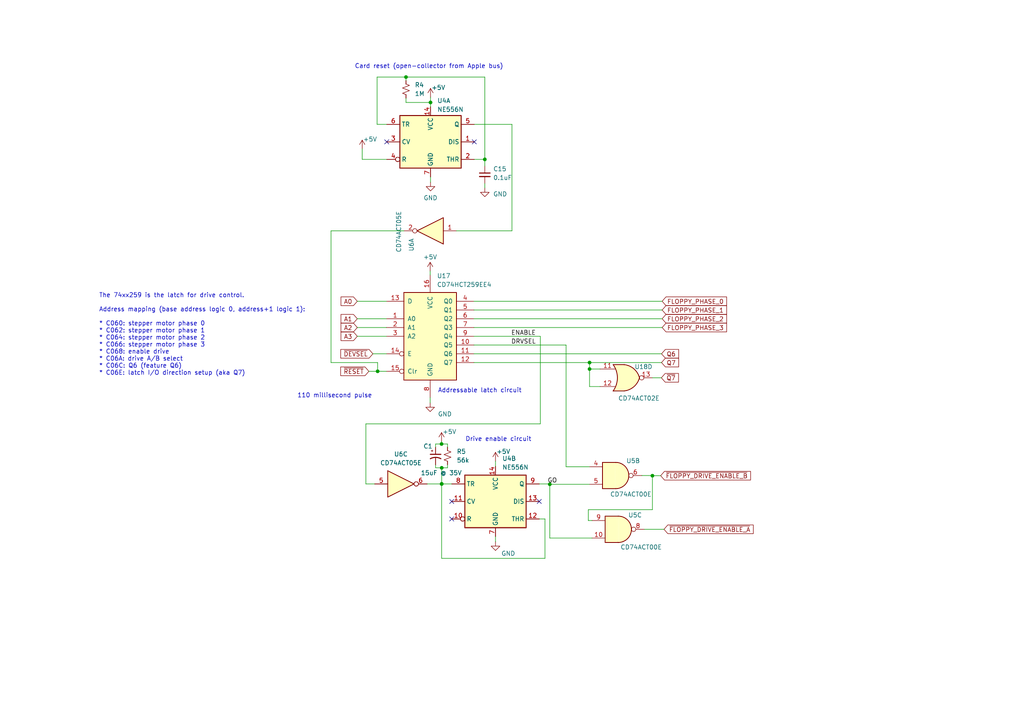
<source format=kicad_sch>
(kicad_sch (version 20230121) (generator eeschema)
  (paper "A4")
  (title_block (title "MicroSci Floppy Controller (drive control registers)") (date "2023-08-25") (rev "0.3") (company "RyuCats"))
  (lib_symbols
    (symbol "74xx:74LS00" (pin_names (offset 1.016))
      (property "Reference" "U" (at 0 1.27 0))
      (property "Value" "74LS00" (at 0 -1.27 0))
      (symbol "74LS00_1_1"
        (arc (start 0 -3.81) (mid 3.7934 0) (end 0 3.81) (stroke (width 0.254)) (fill (type background)))
        (polyline (pts (xy 0 3.81) (xy -3.81 3.81) (xy -3.81 -3.81) (xy 0 -3.81)) (stroke (width 0.254)) (fill (type background)))
        (pin input line (at -7.62 2.54 0) (length 3.81) (name "~") (number "1"))
        (pin input line (at -7.62 -2.54 0) (length 3.81) (name "~") (number "2"))
        (pin output inverted (at 7.62 0 180) (length 3.81) (name "~") (number "3"))
      )
      (symbol "74LS00_1_2"
        (arc (start -3.81 -3.81) (mid -2.589 0) (end -3.81 3.81) (stroke (width 0.254)))
        (arc (start -0.6096 -3.81) (mid 2.1842 -2.5851) (end 3.81 0) (stroke (width 0.254)) (fill (type background)))
        (polyline (pts (xy -3.81 -3.81) (xy -0.635 -3.81)) (stroke (width 0.254)) (fill (type background)))
        (polyline (pts (xy -3.81 3.81) (xy -0.635 3.81)) (stroke (width 0.254)) (fill (type background)))
        (polyline (pts (xy -0.635 3.81) (xy -3.81 3.81) (xy -3.81 3.81) (xy -3.556 3.4036) (xy -3.0226 2.2606) (xy -2.6924 1.0414) (xy -2.6162 -0.254) (xy -2.7686 -1.4986) (xy -3.175 -2.7178) (xy -3.81 -3.81) (xy -3.81 -3.81) (xy -0.635 -3.81)) (stroke (width -25.4)) (fill (type background)))
        (arc (start 3.81 0) (mid 2.1915 2.5936) (end -0.6096 3.81) (stroke (width 0.254)) (fill (type background)))
        (pin input inverted (at -7.62 2.54 0) (length 4.318) (name "~") (number "1"))
        (pin input inverted (at -7.62 -2.54 0) (length 4.318) (name "~") (number "2"))
        (pin output line (at 7.62 0 180) (length 3.81) (name "~") (number "3"))
      )
      (symbol "74LS00_2_1"
        (arc (start 0 -3.81) (mid 3.7934 0) (end 0 3.81) (stroke (width 0.254)) (fill (type background)))
        (polyline (pts (xy 0 3.81) (xy -3.81 3.81) (xy -3.81 -3.81) (xy 0 -3.81)) (stroke (width 0.254)) (fill (type background)))
        (pin input line (at -7.62 2.54 0) (length 3.81) (name "~") (number "4"))
        (pin input line (at -7.62 -2.54 0) (length 3.81) (name "~") (number "5"))
        (pin output inverted (at 7.62 0 180) (length 3.81) (name "~") (number "6"))
      )
      (symbol "74LS00_2_2"
        (arc (start -3.81 -3.81) (mid -2.589 0) (end -3.81 3.81) (stroke (width 0.254)))
        (arc (start -0.6096 -3.81) (mid 2.1842 -2.5851) (end 3.81 0) (stroke (width 0.254)) (fill (type background)))
        (polyline (pts (xy -3.81 -3.81) (xy -0.635 -3.81)) (stroke (width 0.254)) (fill (type background)))
        (polyline (pts (xy -3.81 3.81) (xy -0.635 3.81)) (stroke (width 0.254)) (fill (type background)))
        (polyline (pts (xy -0.635 3.81) (xy -3.81 3.81) (xy -3.81 3.81) (xy -3.556 3.4036) (xy -3.0226 2.2606) (xy -2.6924 1.0414) (xy -2.6162 -0.254) (xy -2.7686 -1.4986) (xy -3.175 -2.7178) (xy -3.81 -3.81) (xy -3.81 -3.81) (xy -0.635 -3.81)) (stroke (width -25.4)) (fill (type background)))
        (arc (start 3.81 0) (mid 2.1915 2.5936) (end -0.6096 3.81) (stroke (width 0.254)) (fill (type background)))
        (pin input inverted (at -7.62 2.54 0) (length 4.318) (name "~") (number "4"))
        (pin input inverted (at -7.62 -2.54 0) (length 4.318) (name "~") (number "5"))
        (pin output line (at 7.62 0 180) (length 3.81) (name "~") (number "6"))
      )
      (symbol "74LS00_3_1"
        (arc (start 0 -3.81) (mid 3.7934 0) (end 0 3.81) (stroke (width 0.254)) (fill (type background)))
        (polyline (pts (xy 0 3.81) (xy -3.81 3.81) (xy -3.81 -3.81) (xy 0 -3.81)) (stroke (width 0.254)) (fill (type background)))
        (pin input line (at -7.62 -2.54 0) (length 3.81) (name "~") (number "10"))
        (pin output inverted (at 7.62 0 180) (length 3.81) (name "~") (number "8"))
        (pin input line (at -7.62 2.54 0) (length 3.81) (name "~") (number "9"))
      )
      (symbol "74LS00_3_2"
        (arc (start -3.81 -3.81) (mid -2.589 0) (end -3.81 3.81) (stroke (width 0.254)))
        (arc (start -0.6096 -3.81) (mid 2.1842 -2.5851) (end 3.81 0) (stroke (width 0.254)) (fill (type background)))
        (polyline (pts (xy -3.81 -3.81) (xy -0.635 -3.81)) (stroke (width 0.254)) (fill (type background)))
        (polyline (pts (xy -3.81 3.81) (xy -0.635 3.81)) (stroke (width 0.254)) (fill (type background)))
        (polyline (pts (xy -0.635 3.81) (xy -3.81 3.81) (xy -3.81 3.81) (xy -3.556 3.4036) (xy -3.0226 2.2606) (xy -2.6924 1.0414) (xy -2.6162 -0.254) (xy -2.7686 -1.4986) (xy -3.175 -2.7178) (xy -3.81 -3.81) (xy -3.81 -3.81) (xy -0.635 -3.81)) (stroke (width -25.4)) (fill (type background)))
        (arc (start 3.81 0) (mid 2.1915 2.5936) (end -0.6096 3.81) (stroke (width 0.254)) (fill (type background)))
        (pin input inverted (at -7.62 -2.54 0) (length 4.318) (name "~") (number "10"))
        (pin output line (at 7.62 0 180) (length 3.81) (name "~") (number "8"))
        (pin input inverted (at -7.62 2.54 0) (length 4.318) (name "~") (number "9"))
      )
      (symbol "74LS00_4_1"
        (arc (start 0 -3.81) (mid 3.7934 0) (end 0 3.81) (stroke (width 0.254)) (fill (type background)))
        (polyline (pts (xy 0 3.81) (xy -3.81 3.81) (xy -3.81 -3.81) (xy 0 -3.81)) (stroke (width 0.254)) (fill (type background)))
        (pin output inverted (at 7.62 0 180) (length 3.81) (name "~") (number "11"))
        (pin input line (at -7.62 2.54 0) (length 3.81) (name "~") (number "12"))
        (pin input line (at -7.62 -2.54 0) (length 3.81) (name "~") (number "13"))
      )
      (symbol "74LS00_4_2"
        (arc (start -3.81 -3.81) (mid -2.589 0) (end -3.81 3.81) (stroke (width 0.254)))
        (arc (start -0.6096 -3.81) (mid 2.1842 -2.5851) (end 3.81 0) (stroke (width 0.254)) (fill (type background)))
        (polyline (pts (xy -3.81 -3.81) (xy -0.635 -3.81)) (stroke (width 0.254)) (fill (type background)))
        (polyline (pts (xy -3.81 3.81) (xy -0.635 3.81)) (stroke (width 0.254)) (fill (type background)))
        (polyline (pts (xy -0.635 3.81) (xy -3.81 3.81) (xy -3.81 3.81) (xy -3.556 3.4036) (xy -3.0226 2.2606) (xy -2.6924 1.0414) (xy -2.6162 -0.254) (xy -2.7686 -1.4986) (xy -3.175 -2.7178) (xy -3.81 -3.81) (xy -3.81 -3.81) (xy -0.635 -3.81)) (stroke (width -25.4)) (fill (type background)))
        (arc (start 3.81 0) (mid 2.1915 2.5936) (end -0.6096 3.81) (stroke (width 0.254)) (fill (type background)))
        (pin output line (at 7.62 0 180) (length 3.81) (name "~") (number "11"))
        (pin input inverted (at -7.62 2.54 0) (length 4.318) (name "~") (number "12"))
        (pin input inverted (at -7.62 -2.54 0) (length 4.318) (name "~") (number "13"))
      )
      (symbol "74LS00_5_0"
        (pin power_in line (at 0 12.7 270) (length 5.08) (name "VCC") (number "14"))
        (pin power_in line (at 0 -12.7 90) (length 5.08) (name "GND") (number "7"))
      )
      (symbol "74LS00_5_1"
        (rectangle (start -5.08 7.62) (end 5.08 -7.62) (stroke (width 0.254)) (fill (type background)))
      )
    )
    (symbol "74xx:74LS02" (pin_names (offset 1.016))
      (property "Reference" "U" (at 0 1.27 0))
      (property "Value" "74LS02" (at 0 -1.27 0))
      (symbol "74LS02_1_1"
        (arc (start -3.81 -3.81) (mid -2.589 0) (end -3.81 3.81) (stroke (width 0.254)))
        (arc (start -0.6096 -3.81) (mid 2.1842 -2.5851) (end 3.81 0) (stroke (width 0.254)) (fill (type background)))
        (polyline (pts (xy -3.81 -3.81) (xy -0.635 -3.81)) (stroke (width 0.254)) (fill (type background)))
        (polyline (pts (xy -3.81 3.81) (xy -0.635 3.81)) (stroke (width 0.254)) (fill (type background)))
        (polyline (pts (xy -0.635 3.81) (xy -3.81 3.81) (xy -3.81 3.81) (xy -3.556 3.4036) (xy -3.0226 2.2606) (xy -2.6924 1.0414) (xy -2.6162 -0.254) (xy -2.7686 -1.4986) (xy -3.175 -2.7178) (xy -3.81 -3.81) (xy -3.81 -3.81) (xy -0.635 -3.81)) (stroke (width -25.4)) (fill (type background)))
        (arc (start 3.81 0) (mid 2.1915 2.5936) (end -0.6096 3.81) (stroke (width 0.254)) (fill (type background)))
        (pin output inverted (at 7.62 0 180) (length 3.81) (name "~") (number "1"))
        (pin input line (at -7.62 2.54 0) (length 4.318) (name "~") (number "2"))
        (pin input line (at -7.62 -2.54 0) (length 4.318) (name "~") (number "3"))
      )
      (symbol "74LS02_1_2"
        (arc (start 0 -3.81) (mid 3.7934 0) (end 0 3.81) (stroke (width 0.254)) (fill (type background)))
        (polyline (pts (xy 0 3.81) (xy -3.81 3.81) (xy -3.81 -3.81) (xy 0 -3.81)) (stroke (width 0.254)) (fill (type background)))
        (pin output line (at 7.62 0 180) (length 3.81) (name "~") (number "1"))
        (pin input inverted (at -7.62 2.54 0) (length 3.81) (name "~") (number "2"))
        (pin input inverted (at -7.62 -2.54 0) (length 3.81) (name "~") (number "3"))
      )
      (symbol "74LS02_2_1"
        (arc (start -3.81 -3.81) (mid -2.589 0) (end -3.81 3.81) (stroke (width 0.254)))
        (arc (start -0.6096 -3.81) (mid 2.1842 -2.5851) (end 3.81 0) (stroke (width 0.254)) (fill (type background)))
        (polyline (pts (xy -3.81 -3.81) (xy -0.635 -3.81)) (stroke (width 0.254)) (fill (type background)))
        (polyline (pts (xy -3.81 3.81) (xy -0.635 3.81)) (stroke (width 0.254)) (fill (type background)))
        (polyline (pts (xy -0.635 3.81) (xy -3.81 3.81) (xy -3.81 3.81) (xy -3.556 3.4036) (xy -3.0226 2.2606) (xy -2.6924 1.0414) (xy -2.6162 -0.254) (xy -2.7686 -1.4986) (xy -3.175 -2.7178) (xy -3.81 -3.81) (xy -3.81 -3.81) (xy -0.635 -3.81)) (stroke (width -25.4)) (fill (type background)))
        (arc (start 3.81 0) (mid 2.1915 2.5936) (end -0.6096 3.81) (stroke (width 0.254)) (fill (type background)))
        (pin output inverted (at 7.62 0 180) (length 3.81) (name "~") (number "4"))
        (pin input line (at -7.62 2.54 0) (length 4.318) (name "~") (number "5"))
        (pin input line (at -7.62 -2.54 0) (length 4.318) (name "~") (number "6"))
      )
      (symbol "74LS02_2_2"
        (arc (start 0 -3.81) (mid 3.7934 0) (end 0 3.81) (stroke (width 0.254)) (fill (type background)))
        (polyline (pts (xy 0 3.81) (xy -3.81 3.81) (xy -3.81 -3.81) (xy 0 -3.81)) (stroke (width 0.254)) (fill (type background)))
        (pin output line (at 7.62 0 180) (length 3.81) (name "~") (number "4"))
        (pin input inverted (at -7.62 2.54 0) (length 3.81) (name "~") (number "5"))
        (pin input inverted (at -7.62 -2.54 0) (length 3.81) (name "~") (number "6"))
      )
      (symbol "74LS02_3_1"
        (arc (start -3.81 -3.81) (mid -2.589 0) (end -3.81 3.81) (stroke (width 0.254)))
        (arc (start -0.6096 -3.81) (mid 2.1842 -2.5851) (end 3.81 0) (stroke (width 0.254)) (fill (type background)))
        (polyline (pts (xy -3.81 -3.81) (xy -0.635 -3.81)) (stroke (width 0.254)) (fill (type background)))
        (polyline (pts (xy -3.81 3.81) (xy -0.635 3.81)) (stroke (width 0.254)) (fill (type background)))
        (polyline (pts (xy -0.635 3.81) (xy -3.81 3.81) (xy -3.81 3.81) (xy -3.556 3.4036) (xy -3.0226 2.2606) (xy -2.6924 1.0414) (xy -2.6162 -0.254) (xy -2.7686 -1.4986) (xy -3.175 -2.7178) (xy -3.81 -3.81) (xy -3.81 -3.81) (xy -0.635 -3.81)) (stroke (width -25.4)) (fill (type background)))
        (arc (start 3.81 0) (mid 2.1915 2.5936) (end -0.6096 3.81) (stroke (width 0.254)) (fill (type background)))
        (pin output inverted (at 7.62 0 180) (length 3.81) (name "~") (number "10"))
        (pin input line (at -7.62 2.54 0) (length 4.318) (name "~") (number "8"))
        (pin input line (at -7.62 -2.54 0) (length 4.318) (name "~") (number "9"))
      )
      (symbol "74LS02_3_2"
        (arc (start 0 -3.81) (mid 3.7934 0) (end 0 3.81) (stroke (width 0.254)) (fill (type background)))
        (polyline (pts (xy 0 3.81) (xy -3.81 3.81) (xy -3.81 -3.81) (xy 0 -3.81)) (stroke (width 0.254)) (fill (type background)))
        (pin output line (at 7.62 0 180) (length 3.81) (name "~") (number "10"))
        (pin input inverted (at -7.62 2.54 0) (length 3.81) (name "~") (number "8"))
        (pin input inverted (at -7.62 -2.54 0) (length 3.81) (name "~") (number "9"))
      )
      (symbol "74LS02_4_1"
        (arc (start -3.81 -3.81) (mid -2.589 0) (end -3.81 3.81) (stroke (width 0.254)))
        (arc (start -0.6096 -3.81) (mid 2.1842 -2.5851) (end 3.81 0) (stroke (width 0.254)) (fill (type background)))
        (polyline (pts (xy -3.81 -3.81) (xy -0.635 -3.81)) (stroke (width 0.254)) (fill (type background)))
        (polyline (pts (xy -3.81 3.81) (xy -0.635 3.81)) (stroke (width 0.254)) (fill (type background)))
        (polyline (pts (xy -0.635 3.81) (xy -3.81 3.81) (xy -3.81 3.81) (xy -3.556 3.4036) (xy -3.0226 2.2606) (xy -2.6924 1.0414) (xy -2.6162 -0.254) (xy -2.7686 -1.4986) (xy -3.175 -2.7178) (xy -3.81 -3.81) (xy -3.81 -3.81) (xy -0.635 -3.81)) (stroke (width -25.4)) (fill (type background)))
        (arc (start 3.81 0) (mid 2.1915 2.5936) (end -0.6096 3.81) (stroke (width 0.254)) (fill (type background)))
        (pin input line (at -7.62 2.54 0) (length 4.318) (name "~") (number "11"))
        (pin input line (at -7.62 -2.54 0) (length 4.318) (name "~") (number "12"))
        (pin output inverted (at 7.62 0 180) (length 3.81) (name "~") (number "13"))
      )
      (symbol "74LS02_4_2"
        (arc (start 0 -3.81) (mid 3.7934 0) (end 0 3.81) (stroke (width 0.254)) (fill (type background)))
        (polyline (pts (xy 0 3.81) (xy -3.81 3.81) (xy -3.81 -3.81) (xy 0 -3.81)) (stroke (width 0.254)) (fill (type background)))
        (pin input inverted (at -7.62 2.54 0) (length 3.81) (name "~") (number "11"))
        (pin input inverted (at -7.62 -2.54 0) (length 3.81) (name "~") (number "12"))
        (pin output line (at 7.62 0 180) (length 3.81) (name "~") (number "13"))
      )
      (symbol "74LS02_5_0"
        (pin power_in line (at 0 12.7 270) (length 5.08) (name "VCC") (number "14"))
        (pin power_in line (at 0 -12.7 90) (length 5.08) (name "GND") (number "7"))
      )
      (symbol "74LS02_5_1"
        (rectangle (start -5.08 7.62) (end 5.08 -7.62) (stroke (width 0.254)) (fill (type background)))
      )
    )
    (symbol "74xx:74LS05" (pin_names (offset 1.016))
      (property "Reference" "U" (at 0 1.27 0))
      (property "Value" "74LS05" (at 0 -1.27 0))
      (symbol "74LS05_1_0"
        (polyline (pts (xy -3.81 3.81) (xy -3.81 -3.81) (xy 3.81 0) (xy -3.81 3.81)) (stroke (width 0.254)) (fill (type background)))
        (pin input line (at -7.62 0 0) (length 3.81) (name "~") (number "1"))
        (pin open_collector inverted (at 7.62 0 180) (length 3.81) (name "~") (number "2"))
      )
      (symbol "74LS05_2_0"
        (polyline (pts (xy -3.81 3.81) (xy -3.81 -3.81) (xy 3.81 0) (xy -3.81 3.81)) (stroke (width 0.254)) (fill (type background)))
        (pin input line (at -7.62 0 0) (length 3.81) (name "~") (number "3"))
        (pin open_collector inverted (at 7.62 0 180) (length 3.81) (name "~") (number "4"))
      )
      (symbol "74LS05_3_0"
        (polyline (pts (xy -3.81 3.81) (xy -3.81 -3.81) (xy 3.81 0) (xy -3.81 3.81)) (stroke (width 0.254)) (fill (type background)))
        (pin input line (at -7.62 0 0) (length 3.81) (name "~") (number "5"))
        (pin open_collector inverted (at 7.62 0 180) (length 3.81) (name "~") (number "6"))
      )
      (symbol "74LS05_4_0"
        (polyline (pts (xy -3.81 3.81) (xy -3.81 -3.81) (xy 3.81 0) (xy -3.81 3.81)) (stroke (width 0.254)) (fill (type background)))
        (pin open_collector inverted (at 7.62 0 180) (length 3.81) (name "~") (number "8"))
        (pin input line (at -7.62 0 0) (length 3.81) (name "~") (number "9"))
      )
      (symbol "74LS05_5_0"
        (polyline (pts (xy -3.81 3.81) (xy -3.81 -3.81) (xy 3.81 0) (xy -3.81 3.81)) (stroke (width 0.254)) (fill (type background)))
        (pin open_collector inverted (at 7.62 0 180) (length 3.81) (name "~") (number "10"))
        (pin input line (at -7.62 0 0) (length 3.81) (name "~") (number "11"))
      )
      (symbol "74LS05_6_0"
        (polyline (pts (xy -3.81 3.81) (xy -3.81 -3.81) (xy 3.81 0) (xy -3.81 3.81)) (stroke (width 0.254)) (fill (type background)))
        (pin open_collector inverted (at 7.62 0 180) (length 3.81) (name "~") (number "12"))
        (pin input line (at -7.62 0 0) (length 3.81) (name "~") (number "13"))
      )
      (symbol "74LS05_7_0"
        (pin power_in line (at 0 12.7 270) (length 5.08) (name "VCC") (number "14"))
        (pin power_in line (at 0 -12.7 90) (length 5.08) (name "GND") (number "7"))
      )
      (symbol "74LS05_7_1"
        (rectangle (start -5.08 7.62) (end 5.08 -7.62) (stroke (width 0.254)) (fill (type background)))
      )
    )
    (symbol "74xx:74LS259" (pin_names (offset 1.016))
      (property "Reference" "U" (at -7.62 13.97 0))
      (property "Value" "74LS259" (at -7.62 -13.97 0))
      (symbol "74LS259_1_0"
        (pin input line (at -12.7 5.08 0) (length 5.08) (name "A0") (number "1"))
        (pin output line (at 12.7 -2.54 180) (length 5.08) (name "Q5") (number "10"))
        (pin output line (at 12.7 -5.08 180) (length 5.08) (name "Q6") (number "11"))
        (pin output line (at 12.7 -7.62 180) (length 5.08) (name "Q7") (number "12"))
        (pin input line (at -12.7 10.16 0) (length 5.08) (name "D") (number "13"))
        (pin input inverted (at -12.7 -5.08 0) (length 5.08) (name "E") (number "14"))
        (pin input inverted (at -12.7 -10.16 0) (length 5.08) (name "Clr") (number "15"))
        (pin power_in line (at 0 17.78 270) (length 5.08) (name "VCC") (number "16"))
        (pin input line (at -12.7 2.54 0) (length 5.08) (name "A1") (number "2"))
        (pin input line (at -12.7 0 0) (length 5.08) (name "A2") (number "3"))
        (pin output line (at 12.7 10.16 180) (length 5.08) (name "Q0") (number "4"))
        (pin output line (at 12.7 7.62 180) (length 5.08) (name "Q1") (number "5"))
        (pin output line (at 12.7 5.08 180) (length 5.08) (name "Q2") (number "6"))
        (pin output line (at 12.7 2.54 180) (length 5.08) (name "Q3") (number "7"))
        (pin power_in line (at 0 -17.78 90) (length 5.08) (name "GND") (number "8"))
        (pin output line (at 12.7 0 180) (length 5.08) (name "Q4") (number "9"))
      )
      (symbol "74LS259_1_1"
        (rectangle (start -7.62 12.7) (end 7.62 -12.7) (stroke (width 0.254)) (fill (type background)))
      )
    )
    (symbol "Device:C_Polarized_Small_US" (pin_numbers hide) (pin_names (offset 0.254) hide)
      (property "Reference" "C" (at 0.254 1.778 0))
      (property "Value" "C_Polarized_Small_US" (at 0.254 -2.032 0))
      (symbol "C_Polarized_Small_US_0_1"
        (polyline (pts (xy -1.524 0.508) (xy 1.524 0.508)) (stroke (width 0.3048)))
        (polyline (pts (xy -1.27 1.524) (xy -0.762 1.524)))
        (polyline (pts (xy -1.016 1.27) (xy -1.016 1.778)))
        (arc (start 1.524 -0.762) (mid 0 -0.3734) (end -1.524 -0.762) (stroke (width 0.3048)))
      )
      (symbol "C_Polarized_Small_US_1_1"
        (pin passive line (at 0 2.54 270) (length 2.032) (name "~") (number "1"))
        (pin passive line (at 0 -2.54 90) (length 2.032) (name "~") (number "2"))
      )
    )
    (symbol "Device:C_Small" (pin_numbers hide) (pin_names (offset 0.254) hide)
      (property "Reference" "C" (at 0.254 1.778 0))
      (property "Value" "C_Small" (at 0.254 -2.032 0))
      (symbol "C_Small_0_1"
        (polyline (pts (xy -1.524 -0.508) (xy 1.524 -0.508)) (stroke (width 0.3302)))
        (polyline (pts (xy -1.524 0.508) (xy 1.524 0.508)) (stroke (width 0.3048)))
      )
      (symbol "C_Small_1_1"
        (pin passive line (at 0 2.54 270) (length 2.032) (name "~") (number "1"))
        (pin passive line (at 0 -2.54 90) (length 2.032) (name "~") (number "2"))
      )
    )
    (symbol "Device:R_Small_US" (pin_numbers hide) (pin_names (offset 0.254) hide)
      (property "Reference" "R" (at 0.762 0.508 0))
      (property "Value" "R_Small_US" (at 0.762 -1.016 0))
      (symbol "R_Small_US_1_1"
        (polyline (pts (xy 0 0) (xy 1.016 -0.381) (xy 0 -0.762) (xy -1.016 -1.143) (xy 0 -1.524)))
        (polyline (pts (xy 0 1.524) (xy 1.016 1.143) (xy 0 0.762) (xy -1.016 0.381) (xy 0 0)))
        (pin passive line (at 0 2.54 270) (length 1.016) (name "~") (number "1"))
        (pin passive line (at 0 -2.54 90) (length 1.016) (name "~") (number "2"))
      )
    )
    (symbol "Timer:NE556"
      (property "Reference" "U" (at -10.16 8.89 0))
      (property "Value" "NE556" (at -10.16 -8.89 0))
      (symbol "NE556_0_0"
        (pin power_in line (at 0 10.16 270) (length 2.54) (name "VCC") (number "14"))
        (pin power_in line (at 0 -10.16 90) (length 2.54) (name "GND") (number "7"))
      )
      (symbol "NE556_0_1"
        (rectangle (start -8.89 -7.62) (end 8.89 7.62) (stroke (width 0.254)) (fill (type background)))
        (rectangle (start -8.89 -7.62) (end 8.89 7.62) (stroke (width 0.254)) (fill (type background)))
      )
      (symbol "NE556_1_1"
        (pin input line (at 12.7 0 180) (length 3.81) (name "DIS") (number "1"))
        (pin input line (at 12.7 -5.08 180) (length 3.81) (name "THR") (number "2"))
        (pin input line (at -12.7 0 0) (length 3.81) (name "CV") (number "3"))
        (pin input inverted (at -12.7 -5.08 0) (length 3.81) (name "R") (number "4"))
        (pin output line (at 12.7 5.08 180) (length 3.81) (name "Q") (number "5"))
        (pin input line (at -12.7 5.08 0) (length 3.81) (name "TR") (number "6"))
      )
      (symbol "NE556_2_1"
        (pin input inverted (at -12.7 -5.08 0) (length 3.81) (name "R") (number "10"))
        (pin input line (at -12.7 0 0) (length 3.81) (name "CV") (number "11"))
        (pin input line (at 12.7 -5.08 180) (length 3.81) (name "THR") (number "12"))
        (pin input line (at 12.7 0 180) (length 3.81) (name "DIS") (number "13"))
        (pin input line (at -12.7 5.08 0) (length 3.81) (name "TR") (number "8"))
        (pin output line (at 12.7 5.08 180) (length 3.81) (name "Q") (number "9"))
      )
    )
    (symbol "power:+5V" (power) (pin_names (offset 0))
      (property "Value" "+5V" (at 0 3.556 0))
      (symbol "+5V_0_1"
        (polyline (pts (xy -0.762 1.27) (xy 0 2.54)))
        (polyline (pts (xy 0 0) (xy 0 2.54)))
        (polyline (pts (xy 0 2.54) (xy 0.762 1.27)))
      )
      (symbol "+5V_1_1"
        (pin power_in line (at 0 0 90) (length 0) hide (name "+5V") (number "1"))
      )
    )
    (symbol "power:GND" (power) (pin_names (offset 0))
      (property "Value" "GND" (at 0 -3.81 0))
      (symbol "GND_0_1"
        (polyline (pts (xy 0 0) (xy 0 -1.27) (xy 1.27 -1.27) (xy 0 -2.54) (xy -1.27 -1.27) (xy 0 -1.27)))
      )
      (symbol "GND_1_1"
        (pin power_in line (at 0 0 270) (length 0) hide (name "GND") (number "1"))
      )
    )
  )
  (junction (at 124.8664 29.718))
  (junction (at 170.9928 107.0356))
  (junction (at 117.7544 22.352))
  (junction (at 128.0922 140.3604))
  (junction (at 109.5248 107.696))
  (junction (at 170.9928 105.156))
  (junction (at 128.1176 140.3604))
  (junction (at 189.23 137.9728))
  (junction (at 159.4612 140.462))
  (junction (at 140.6144 46.228))
  (junction (at 128.1176 135.6868))
  (junction (at 128.0668 128.778))
  (no_connect (at 131.0132 150.5204))
  (no_connect (at 112.1664 41.148))
  (no_connect (at 156.4132 145.4404))
  (no_connect (at 131.0132 145.4404))
  (no_connect (at 137.5664 41.148))
  (wire (pts (xy 128.0668 128.778) (xy 129.794 128.778)))
  (wire (pts (xy 137.4648 94.996) (xy 192.0494 94.996)))
  (wire (pts (xy 189.2808 109.5756) (xy 191.8208 109.5756)))
  (wire (pts (xy 105.0544 43.18) (xy 105.0544 46.228)))
  (wire (pts (xy 109.5248 107.696) (xy 112.0648 107.696)))
  (wire (pts (xy 124.8664 51.308) (xy 124.8664 52.832)))
  (wire (pts (xy 164.1348 100.076) (xy 137.4648 100.076)))
  (wire (pts (xy 108.1532 102.616) (xy 112.0648 102.616)))
  (wire (pts (xy 117.7544 22.352) (xy 140.6144 22.352)))
  (wire (pts (xy 109.3724 22.352) (xy 117.7544 22.352)))
  (wire (pts (xy 137.4648 92.456) (xy 192.0494 92.456)))
  (wire (pts (xy 128.0922 161.9504) (xy 158.0642 161.9504)))
  (wire (pts (xy 96.012 105.156) (xy 109.5248 105.156)))
  (wire (pts (xy 129.794 135.6868) (xy 129.794 134.7724)))
  (wire (pts (xy 128.1176 140.3604) (xy 131.0132 140.3604)))
  (wire (pts (xy 124.7648 115.316) (xy 124.7648 116.84)))
  (wire (pts (xy 103.632 87.376) (xy 112.0648 87.376)))
  (wire (pts (xy 156.718 122.936) (xy 156.718 97.536)))
  (wire (pts (xy 106.1212 140.3604) (xy 108.6612 140.3604)))
  (wire (pts (xy 123.9012 140.3604) (xy 128.0922 140.3604)))
  (wire (pts (xy 117.7544 29.718) (xy 124.8664 29.718)))
  (wire (pts (xy 148.4884 66.9544) (xy 132.3848 66.9544)))
  (wire (pts (xy 126.3396 128.778) (xy 128.0668 128.778)))
  (wire (pts (xy 137.4648 89.916) (xy 192.0494 89.916)))
  (wire (pts (xy 159.4612 140.462) (xy 159.4612 156.0576)))
  (wire (pts (xy 103.632 97.536) (xy 112.0648 97.536)))
  (wire (pts (xy 170.9928 112.1156) (xy 174.0408 112.1156)))
  (wire (pts (xy 124.7648 78.613) (xy 124.7648 79.756)))
  (wire (pts (xy 128.0922 140.3604) (xy 128.0922 161.9504)))
  (wire (pts (xy 189.23 137.9728) (xy 191.6176 137.9728)))
  (wire (pts (xy 137.4648 105.156) (xy 170.9928 105.156)))
  (wire (pts (xy 164.1856 100.1268) (xy 164.1856 135.382)))
  (wire (pts (xy 126.3396 129.7432) (xy 126.3396 128.778)))
  (wire (pts (xy 186.182 137.922) (xy 189.23 137.922)))
  (wire (pts (xy 105.0544 46.228) (xy 112.1664 46.228)))
  (wire (pts (xy 158.0642 161.9504) (xy 158.0642 150.5204)))
  (wire (pts (xy 128.1176 135.6868) (xy 128.1176 140.3604)))
  (wire (pts (xy 158.0642 150.5204) (xy 156.4132 150.5204)))
  (wire (pts (xy 117.7544 28.448) (xy 117.7544 29.718)))
  (wire (pts (xy 186.944 153.5176) (xy 192.5828 153.5176)))
  (wire (pts (xy 140.6144 46.228) (xy 140.6144 48.1584)))
  (wire (pts (xy 143.7132 155.6004) (xy 143.7132 157.1244)))
  (wire (pts (xy 164.1348 100.1268) (xy 164.1348 100.076)))
  (wire (pts (xy 171.704 150.9776) (xy 170.6372 150.9776)))
  (wire (pts (xy 189.23 137.9728) (xy 189.23 137.922)))
  (wire (pts (xy 170.942 140.462) (xy 159.4612 140.462)))
  (wire (pts (xy 170.6372 147.828) (xy 170.6372 150.9776)))
  (wire (pts (xy 106.9848 107.696) (xy 109.5248 107.696)))
  (wire (pts (xy 137.4648 87.376) (xy 192.0494 87.376)))
  (wire (pts (xy 126.3396 135.6868) (xy 128.1176 135.6868)))
  (wire (pts (xy 137.4648 102.616) (xy 191.8716 102.616)))
  (wire (pts (xy 137.5664 46.228) (xy 140.6144 46.228)))
  (wire (pts (xy 137.5664 36.068) (xy 148.4884 36.068)))
  (wire (pts (xy 156.718 97.536) (xy 137.4648 97.536)))
  (wire (pts (xy 140.6144 53.2384) (xy 140.6144 54.5084)))
  (wire (pts (xy 96.012 66.9544) (xy 96.012 105.156)))
  (wire (pts (xy 103.632 92.456) (xy 112.0648 92.456)))
  (wire (pts (xy 128.0668 128.016) (xy 128.0668 128.778)))
  (wire (pts (xy 189.23 147.828) (xy 170.6372 147.828)))
  (wire (pts (xy 106.1212 122.936) (xy 156.718 122.936)))
  (wire (pts (xy 103.632 94.996) (xy 112.0648 94.996)))
  (wire (pts (xy 164.1348 100.1268) (xy 164.1856 100.1268)))
  (wire (pts (xy 159.4612 156.0576) (xy 171.704 156.0576)))
  (wire (pts (xy 156.4132 140.3604) (xy 159.4612 140.3604)))
  (wire (pts (xy 170.9928 107.0356) (xy 170.9928 112.1156)))
  (wire (pts (xy 189.23 137.9728) (xy 189.23 147.828)))
  (wire (pts (xy 128.1176 135.6868) (xy 129.794 135.6868)))
  (wire (pts (xy 148.4884 36.068) (xy 148.4884 66.9544)))
  (wire (pts (xy 140.6144 22.352) (xy 140.6144 46.228)))
  (wire (pts (xy 117.7544 22.352) (xy 117.7544 23.368)))
  (wire (pts (xy 124.8664 28.194) (xy 124.8664 29.718)))
  (wire (pts (xy 106.1212 140.3604) (xy 106.1212 122.936)))
  (wire (pts (xy 170.9928 105.156) (xy 191.8716 105.156)))
  (wire (pts (xy 170.9928 105.156) (xy 170.9928 107.0356)))
  (wire (pts (xy 128.0922 140.3604) (xy 128.1176 140.3604)))
  (wire (pts (xy 170.9928 107.0356) (xy 174.0408 107.0356)))
  (wire (pts (xy 164.1856 135.382) (xy 170.942 135.382)))
  (wire (pts (xy 117.1448 66.9544) (xy 96.012 66.9544)))
  (wire (pts (xy 159.4612 140.3604) (xy 159.4612 140.462)))
  (wire (pts (xy 143.7132 133.7564) (xy 143.7132 135.2804)))
  (wire (pts (xy 109.5248 107.696) (xy 109.5248 105.156)))
  (wire (pts (xy 109.3724 36.068) (xy 109.3724 22.352)))
  (wire (pts (xy 126.3396 134.8232) (xy 126.3396 135.6868)))
  (wire (pts (xy 112.1664 36.068) (xy 109.3724 36.068)))
  (wire (pts (xy 124.8664 29.718) (xy 124.8664 30.988)))
  (wire (pts (xy 129.794 128.778) (xy 129.794 129.6924)))
  (text "Drive enable circuit" (at 134.9756 128.2192 0) (effects (font (size 1.27 1.27)) (justify left bottom)))
  (text "Addressable latch circuit" (at 127 114.0968 0) (effects (font (size 1.27 1.27)) (justify left bottom)))
  (text "The 74xx259 is the latch for drive control.\n\nAddress mapping (base address logic 0, address+1 logic 1):\n\n* C060: stepper motor phase 0\n* C062: stepper motor phase 1\n* C064: stepper motor phase 2\n* C066: stepper motor phase 3\n* C068: enable drive\n* C06A: drive A/B select\n* C06C: Q6 (feature Q6)\n* C06E: latch I/O direction setup (aka Q7)" (at 28.702 109.0168 0) (effects (font (size 1.27 1.27)) (justify left bottom)))
  (text "Card reset (open-collector from Apple bus)" (at 102.87 20.066 0) (effects (font (size 1.27 1.27)) (justify left bottom)))
  (text "110 millisecond pulse" (at 86.2076 115.57 0) (effects (font (size 1.27 1.27)) (justify left bottom)))
  (label "DRVSEL" (at 148.2344 100.076 0))
  (label "ENABLE" (at 148.2344 97.536 0))
  (label "GO" (at 158.8008 140.3604 0))
  (global_label "A3" (shape input) (at 103.632 97.536 180) (property "Intersheetrefs" "${INTERSHEET_REFS}" (effects hide)))
  (global_label "~{FLOPPY_DRIVE_ENABLE_B}" (shape input) (at 191.6176 137.9728 0) (property "Intersheetrefs" "${INTERSHEET_REFS}" (effects hide)))
  (global_label "FLOPPY_PHASE_3" (shape input) (at 192.0494 94.996 0) (property "Intersheetrefs" "${INTERSHEET_REFS}" (effects hide)))
  (global_label "A2" (shape input) (at 103.632 94.996 180) (property "Intersheetrefs" "${INTERSHEET_REFS}" (effects hide)))
  (global_label "A1" (shape input) (at 103.632 92.456 180) (property "Intersheetrefs" "${INTERSHEET_REFS}" (effects hide)))
  (global_label "Q6" (shape input) (at 191.8716 102.616 0) (property "Intersheetrefs" "${INTERSHEET_REFS}" (effects hide)))
  (global_label "Q7" (shape input) (at 191.8716 105.156 0) (property "Intersheetrefs" "${INTERSHEET_REFS}" (effects hide)))
  (global_label "~{RESET}" (shape input) (at 106.9848 107.696 180) (property "Intersheetrefs" "${INTERSHEET_REFS}" (effects hide)))
  (global_label "A0" (shape input) (at 103.632 87.376 180) (property "Intersheetrefs" "${INTERSHEET_REFS}" (effects hide)))
  (global_label "~{DEVSEL}" (shape input) (at 108.1532 102.616 180) (property "Intersheetrefs" "${INTERSHEET_REFS}" (effects hide)))
  (global_label "FLOPPY_PHASE_0" (shape input) (at 192.0494 87.376 0) (property "Intersheetrefs" "${INTERSHEET_REFS}" (effects hide)))
  (global_label "FLOPPY_PHASE_1" (shape input) (at 192.0494 89.916 0) (property "Intersheetrefs" "${INTERSHEET_REFS}" (effects hide)))
  (global_label "~{FLOPPY_DRIVE_ENABLE_A}" (shape input) (at 192.5828 153.5176 0) (property "Intersheetrefs" "${INTERSHEET_REFS}" (effects hide)))
  (global_label "~{Q7}" (shape input) (at 191.8208 109.5756 0) (property "Intersheetrefs" "${INTERSHEET_REFS}" (effects hide)))
  (global_label "FLOPPY_PHASE_2" (shape input) (at 192.0494 92.456 0) (property "Intersheetrefs" "${INTERSHEET_REFS}" (effects hide)))
  (symbol (lib_id "power:GND") (at 124.7648 116.84 0) (unit 1)
    (property "Reference" "#PWR057" (effects hide))
    (property "Value" "GND" (at 129.032 120.0912 0))
    (instances (project "MicroSci Floppy Controller" (path "" (reference "#PWR057") (unit 1)) (path "" (reference "#PWR047") (unit 1))))
  )
  (symbol (lib_id "74xx:74LS00") (at 178.562 137.922 0) (unit 2)
    (property "Reference" "U5" (at 183.642 133.6548 0))
    (property "Value" "CD74ACT00E" (at 182.9816 143.3576 0))
    (property "Footprint" "Package_DIP:DIP-14_W7.62mm" (effects hide))
    (property "Datasheet" "http://www.ti.com/lit/gpn/sn74ls00" (effects hide))
  )
  (symbol (lib_id "Timer:NE556") (at 143.7132 145.4404 0) (unit 2)
    (property "Reference" "U4" (at 145.6691 132.9944 0) (effects (justify left)))
    (property "Value" "NE556N " (at 145.6691 135.5344 0) (effects (justify left)))
    (property "Footprint" "Package_DIP:DIP-14_W7.62mm" (effects hide))
    (property "Datasheet" "http://www.ti.com/lit/ds/symlink/ne556.pdf" (effects hide))
  )
  (symbol (lib_id "power:+5V") (at 128.0668 128.016 0) (unit 1)
    (property "Reference" "#PWR045" (effects hide))
    (property "Value" "+5V" (at 130.3528 125.222 0))
    (instances (project "MicroSci Floppy Controller" (path "" (reference "#PWR045") (unit 1)) (path "" (reference "#PWR057") (unit 1))))
  )
  (symbol (lib_id "power:GND") (at 124.8664 52.832 0) (unit 1)
    (property "Reference" "#PWR012" (effects hide))
    (property "Value" "GND" (at 124.8664 57.404 0))
  )
  (symbol (lib_id "Timer:NE556") (at 124.8664 41.148 0) (unit 1)
    (property "Reference" "U4" (at 126.8223 29.21 0) (effects (justify left)))
    (property "Value" "NE556N " (at 126.8223 31.75 0) (effects (justify left)))
    (property "Footprint" "Package_DIP:DIP-14_W7.62mm" (effects hide))
    (property "Datasheet" "http://www.ti.com/lit/ds/symlink/ne556.pdf" (effects hide))
  )
  (symbol (lib_id "power:+5V") (at 124.7648 78.613 0) (unit 1)
    (property "Reference" "#PWR069" (effects hide))
    (property "Value" "+5V" (at 124.7648 74.549 0))
    (instances (project "MicroSci Floppy Controller" (path "" (reference "#PWR069") (unit 1)) (path "" (reference "#PWR045") (unit 1))) (project "Sequential Systems Q-Print" (path "" (reference "#PWR09") (unit 1))))
  )
  (symbol (lib_id "power:+5V") (at 124.8664 28.194 0) (unit 1)
    (property "Reference" "#PWR09" (effects hide))
    (property "Value" "+5V" (at 127.1524 25.4 0))
  )
  (symbol (lib_id "74xx:74LS259") (at 124.7648 97.536 0) (unit 1)
    (property "Reference" "U17" (at 126.7207 80.01 0) (effects (justify left)))
    (property "Value" "CD74HCT259EE4" (at 126.7207 82.55 0) (effects (justify left)))
    (property "Footprint" "Package_DIP:DIP-16_W7.62mm" (effects hide))
    (property "Datasheet" "http://www.ti.com/lit/gpn/sn74LS259" (effects hide))
  )
  (symbol (lib_id "74xx:74LS00") (at 179.324 153.5176 0) (unit 3)
    (property "Reference" "U5" (at 184.2008 149.4028 0))
    (property "Value" "CD74ACT00E" (at 185.9788 158.6992 0))
    (property "Footprint" "Package_DIP:DIP-14_W7.62mm" (effects hide))
    (property "Datasheet" "http://www.ti.com/lit/gpn/sn74ls00" (effects hide))
  )
  (symbol (lib_id "Device:R_Small_US") (at 117.7544 25.908 0) (unit 1)
    (property "Reference" "R4" (at 120.2944 24.638 0) (effects (justify left)))
    (property "Value" "1M" (at 120.2944 27.178 0) (effects (justify left)))
    (property "Footprint" "Resistor_THT:R_Axial_DIN0207_L6.3mm_D2.5mm_P7.62mm_Horizontal" (effects hide))
  )
  (symbol (lib_id "Device:C_Small") (at 140.6144 50.6984 0) (unit 1)
    (property "Reference" "C15" (at 143.0274 48.9966 0) (effects (justify left)))
    (property "Value" "0.1uF" (at 143.0274 51.5366 0) (effects (justify left)))
    (property "Footprint" "Capacitor_THT:C_Disc_D5.0mm_W2.5mm_P5.00mm" (effects hide))
  )
  (symbol (lib_id "Device:R_Small_US") (at 129.794 132.2324 0) (unit 1)
    (property "Reference" "R5" (at 132.461 130.9624 0) (effects (justify left)))
    (property "Value" "56k" (at 132.461 133.5024 0) (effects (justify left)))
    (property "Footprint" "Resistor_THT:R_Axial_DIN0207_L6.3mm_D2.5mm_P7.62mm_Horizontal" (effects hide))
  )
  (symbol (lib_id "power:+5V") (at 105.0544 43.18 0) (unit 1)
    (property "Reference" "#PWR010" (effects hide))
    (property "Value" "+5V" (at 107.3404 40.386 0))
  )
  (symbol (lib_id "power:+5V") (at 143.7132 133.7564 0) (unit 1)
    (property "Reference" "#PWR013" (effects hide))
    (property "Value" "+5V" (at 145.9992 130.9624 0))
    (instances (project "MicroSci Floppy Controller" (path "" (reference "#PWR013") (unit 1)) (path "" (reference "#PWR069") (unit 1))))
  )
  (symbol (lib_id "74xx:74LS05") (at 124.7648 66.9544 180) (unit 1)
    (property "Reference" "U6" (at 119.3292 69.088 90) (effects (justify left)))
    (property "Value" "CD74ACT05E" (at 115.6716 61.1632 90) (effects (justify left)))
    (property "Footprint" "Package_DIP:DIP-14_W7.62mm" (effects hide))
    (property "Datasheet" "http://www.ti.com/lit/gpn/sn74LS05" (effects hide))
  )
  (symbol (lib_id "74xx:74LS02") (at 181.6608 109.5756 0) (unit 4)
    (property "Reference" "U18" (at 186.6392 106.3752 0))
    (property "Value" "CD74ACT02E" (at 185.3184 115.5192 0))
    (property "Footprint" "Package_DIP:DIP-14_W7.62mm" (effects hide))
    (property "Datasheet" "http://www.ti.com/lit/gpn/sn74ls02" (effects hide))
  )
  (symbol (lib_id "Device:C_Polarized_Small_US") (at 126.3396 132.2832 0) (unit 1)
    (property "Reference" "C1" (at 122.7836 129.4384 0) (effects (justify left)))
    (property "Value" "15uF @ 35V" (at 122.0216 137.16 0) (effects (justify left)))
    (property "Footprint" "Capacitor_THT:CP_Radial_D7.5mm_P2.50mm" (effects hide))
  )
  (symbol (lib_id "power:GND") (at 143.7132 157.1244 0) (unit 1)
    (property "Reference" "#PWR047" (effects hide))
    (property "Value" "GND" (at 147.4216 160.528 0))
    (instances (project "MicroSci Floppy Controller" (path "" (reference "#PWR047") (unit 1)) (path "" (reference "#PWR0102") (unit 1))))
  )
  (symbol (lib_id "74xx:74LS05") (at 116.2812 140.3604 0) (unit 3)
    (property "Reference" "U6" (at 116.2812 131.7244 0))
    (property "Value" "CD74ACT05E" (at 116.2812 134.2644 0))
    (property "Footprint" "Package_DIP:DIP-14_W7.62mm" (effects hide))
    (property "Datasheet" "http://www.ti.com/lit/gpn/sn74LS05" (effects hide))
  )
  (symbol (lib_id "power:GND") (at 140.6144 54.5084 0) (unit 1)
    (property "Reference" "#PWR0102" (effects hide))
    (property "Value" "GND" (at 145.0594 56.2864 0))
    (instances (project "MicroSci Floppy Controller" (path "" (reference "#PWR0102") (unit 1)) (path "" (reference "#PWR013") (unit 1))))
  )
)
</source>
